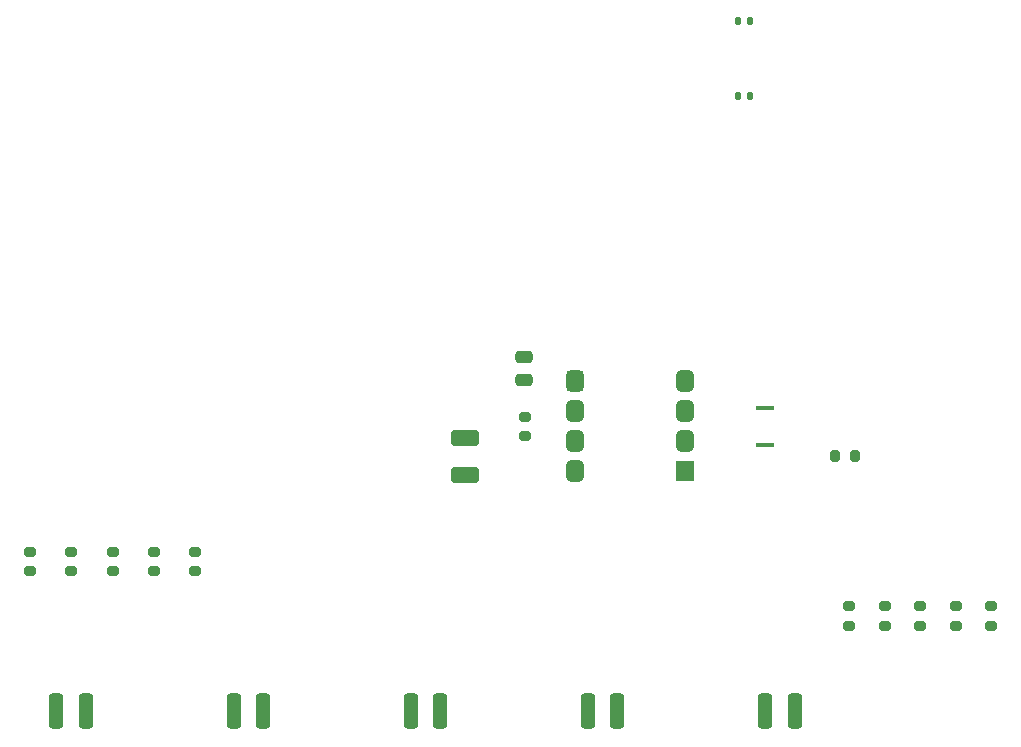
<source format=gbr>
%TF.GenerationSoftware,KiCad,Pcbnew,7.0.2-6a45011f42~172~ubuntu22.04.1*%
%TF.CreationDate,2023-05-17T15:22:17+02:00*%
%TF.ProjectId,midi,6d696469-2e6b-4696-9361-645f70636258,rev?*%
%TF.SameCoordinates,Original*%
%TF.FileFunction,Paste,Top*%
%TF.FilePolarity,Positive*%
%FSLAX46Y46*%
G04 Gerber Fmt 4.6, Leading zero omitted, Abs format (unit mm)*
G04 Created by KiCad (PCBNEW 7.0.2-6a45011f42~172~ubuntu22.04.1) date 2023-05-17 15:22:17*
%MOMM*%
%LPD*%
G01*
G04 APERTURE LIST*
G04 Aperture macros list*
%AMRoundRect*
0 Rectangle with rounded corners*
0 $1 Rounding radius*
0 $2 $3 $4 $5 $6 $7 $8 $9 X,Y pos of 4 corners*
0 Add a 4 corners polygon primitive as box body*
4,1,4,$2,$3,$4,$5,$6,$7,$8,$9,$2,$3,0*
0 Add four circle primitives for the rounded corners*
1,1,$1+$1,$2,$3*
1,1,$1+$1,$4,$5*
1,1,$1+$1,$6,$7*
1,1,$1+$1,$8,$9*
0 Add four rect primitives between the rounded corners*
20,1,$1+$1,$2,$3,$4,$5,0*
20,1,$1+$1,$4,$5,$6,$7,0*
20,1,$1+$1,$6,$7,$8,$9,0*
20,1,$1+$1,$8,$9,$2,$3,0*%
G04 Aperture macros list end*
%ADD10RoundRect,0.300000X0.300000X1.200000X-0.300000X1.200000X-0.300000X-1.200000X0.300000X-1.200000X0*%
%ADD11RoundRect,0.100000X-0.650000X0.100000X-0.650000X-0.100000X0.650000X-0.100000X0.650000X0.100000X0*%
%ADD12RoundRect,0.135000X-0.135000X-0.185000X0.135000X-0.185000X0.135000X0.185000X-0.135000X0.185000X0*%
%ADD13RoundRect,0.380000X-0.380000X-0.510000X0.380000X-0.510000X0.380000X0.510000X-0.380000X0.510000X0*%
%ADD14R,1.520000X1.780000*%
%ADD15RoundRect,0.380000X-0.380000X-0.520000X0.380000X-0.520000X0.380000X0.520000X-0.380000X0.520000X0*%
%ADD16RoundRect,0.200000X0.200000X0.275000X-0.200000X0.275000X-0.200000X-0.275000X0.200000X-0.275000X0*%
%ADD17RoundRect,0.200000X-0.275000X0.200000X-0.275000X-0.200000X0.275000X-0.200000X0.275000X0.200000X0*%
%ADD18RoundRect,0.135000X0.135000X0.185000X-0.135000X0.185000X-0.135000X-0.185000X0.135000X-0.185000X0*%
%ADD19RoundRect,0.200000X0.275000X-0.200000X0.275000X0.200000X-0.275000X0.200000X-0.275000X-0.200000X0*%
%ADD20RoundRect,0.250000X0.475000X-0.250000X0.475000X0.250000X-0.475000X0.250000X-0.475000X-0.250000X0*%
%ADD21RoundRect,0.250000X-0.925000X0.412500X-0.925000X-0.412500X0.925000X-0.412500X0.925000X0.412500X0*%
G04 APERTURE END LIST*
D10*
%TO.C,LED2*%
X33750000Y-80020000D03*
X36250000Y-80010000D03*
%TD*%
D11*
%TO.C,D1*%
X78740000Y-54330000D03*
X78740000Y-57430000D03*
%TD*%
D12*
%TO.C,R14*%
X76450000Y-27940000D03*
X77470000Y-27940000D03*
%TD*%
D13*
%TO.C,O1*%
X71945000Y-52070000D03*
D14*
X71945000Y-59690000D03*
D13*
X71945000Y-57150000D03*
X71945000Y-54610000D03*
D15*
X62675000Y-52070000D03*
D13*
X62675000Y-54610000D03*
X62675000Y-57150000D03*
X62675000Y-59690000D03*
%TD*%
D16*
%TO.C,R1*%
X86360000Y-58420000D03*
X84710000Y-58420000D03*
%TD*%
D10*
%TO.C,LED1*%
X18750000Y-80020000D03*
X21250000Y-80010000D03*
%TD*%
D17*
%TO.C,R8*%
X16510000Y-66485000D03*
X16510000Y-68135000D03*
%TD*%
%TO.C,R12*%
X30510000Y-66485000D03*
X30510000Y-68135000D03*
%TD*%
D18*
%TO.C,R13*%
X77470000Y-21590000D03*
X76450000Y-21590000D03*
%TD*%
D10*
%TO.C,LED3*%
X48750000Y-80020000D03*
X51250000Y-80010000D03*
%TD*%
D19*
%TO.C,R2*%
X58420000Y-56705000D03*
X58420000Y-55055000D03*
%TD*%
D17*
%TO.C,R10*%
X23510000Y-66485000D03*
X23510000Y-68135000D03*
%TD*%
D10*
%TO.C,LED4*%
X63750000Y-80020000D03*
X66250000Y-80010000D03*
%TD*%
D17*
%TO.C,R3*%
X97900000Y-71120000D03*
X97900000Y-72770000D03*
%TD*%
%TO.C,R4*%
X94900000Y-71120000D03*
X94900000Y-72770000D03*
%TD*%
%TO.C,R9*%
X20010000Y-66485000D03*
X20010000Y-68135000D03*
%TD*%
%TO.C,R5*%
X91900000Y-71120000D03*
X91900000Y-72770000D03*
%TD*%
D20*
%TO.C,15pF1*%
X58370000Y-51930000D03*
X58370000Y-50030000D03*
%TD*%
D21*
%TO.C,C1*%
X53340000Y-56882500D03*
X53340000Y-59957500D03*
%TD*%
D17*
%TO.C,R11*%
X27010000Y-66485000D03*
X27010000Y-68135000D03*
%TD*%
%TO.C,R7*%
X85900000Y-71120000D03*
X85900000Y-72770000D03*
%TD*%
%TO.C,R6*%
X88900000Y-71120000D03*
X88900000Y-72770000D03*
%TD*%
D10*
%TO.C,LED5*%
X78750000Y-80020000D03*
X81250000Y-80010000D03*
%TD*%
M02*

</source>
